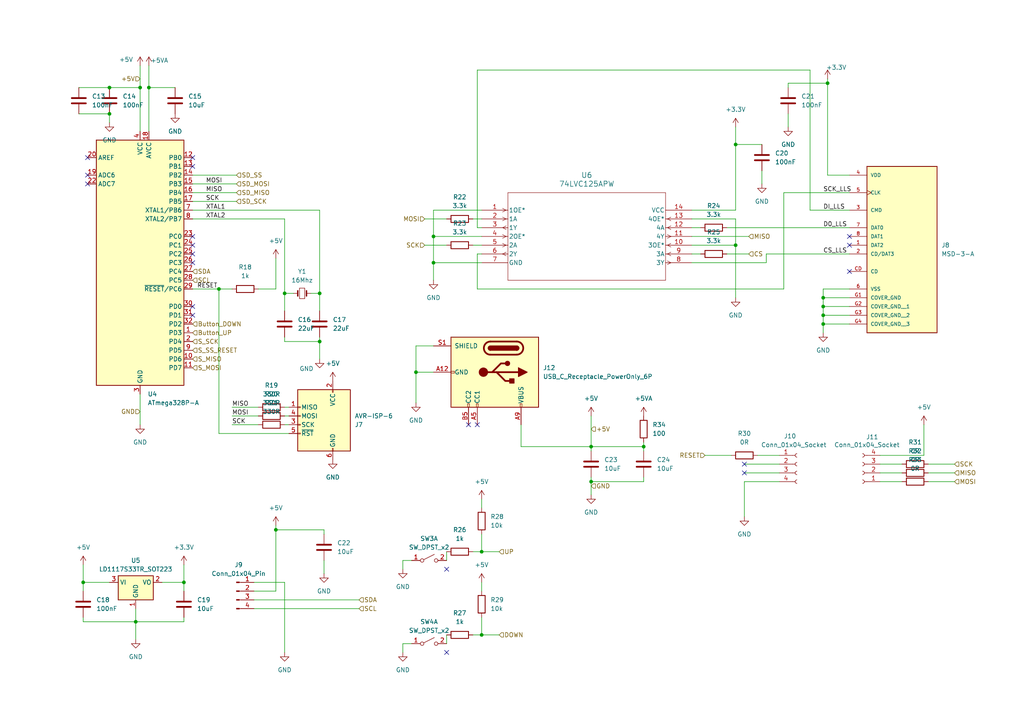
<source format=kicad_sch>
(kicad_sch (version 20231120) (generator "eeschema") (generator_version "8.0")
  (paper "A4")
  (lib_symbols
    (symbol "74LVC125APW:74LVC125APW" (pin_names (offset 0.254))
      (property "Reference" "U" (at 30.48 10.16 0))
      (property "Value" "74LVC125APW" (at 30.48 7.62 0))
      (symbol "74LVC125APW_1_1"
        (polyline (pts (xy 7.0993 -13.2207) (xy 6.0579 -12.7)) (stroke (width 0.127)))
        (polyline (pts (xy 7.0993 -12.1793) (xy 6.0579 -12.7)) (stroke (width 0.127)))
        (polyline (pts (xy 7.0993 -10.16) (xy 6.0579 -10.6807)) (stroke (width 0.127)))
        (polyline (pts (xy 7.0993 -10.16) (xy 6.0579 -9.6393)) (stroke (width 0.127)))
        (polyline (pts (xy 7.0993 -7.62) (xy 6.0579 -8.1407)) (stroke (width 0.127)))
        (polyline (pts (xy 7.0993 -7.62) (xy 6.0579 -7.0993)) (stroke (width 0.127)))
        (polyline (pts (xy 7.0993 -5.6007) (xy 6.0579 -5.08)) (stroke (width 0.127)))
        (polyline (pts (xy 7.0993 -4.5593) (xy 6.0579 -5.08)) (stroke (width 0.127)))
        (polyline (pts (xy 7.0993 -2.54) (xy 6.0579 -3.0607)) (stroke (width 0.127)))
        (polyline (pts (xy 7.0993 -2.54) (xy 6.0579 -2.0193)) (stroke (width 0.127)))
        (polyline (pts (xy 7.0993 0) (xy 6.0579 -0.5207)) (stroke (width 0.127)))
        (polyline (pts (xy 7.0993 0) (xy 6.0579 0.5207)) (stroke (width 0.127)))
        (polyline (pts (xy 7.62 -20.32) (xy 53.34 -20.32)) (stroke (width 0.127)))
        (polyline (pts (xy 7.62 5.08) (xy 7.62 -20.32)) (stroke (width 0.127)))
        (polyline (pts (xy 53.34 -20.32) (xy 53.34 5.08)) (stroke (width 0.127)))
        (polyline (pts (xy 53.34 5.08) (xy 7.62 5.08)) (stroke (width 0.127)))
        (polyline (pts (xy 53.8607 -15.7607) (xy 54.9021 -15.24)) (stroke (width 0.127)))
        (polyline (pts (xy 53.8607 -14.7193) (xy 54.9021 -15.24)) (stroke (width 0.127)))
        (polyline (pts (xy 53.8607 -12.7) (xy 54.9021 -13.2207)) (stroke (width 0.127)))
        (polyline (pts (xy 53.8607 -12.7) (xy 54.9021 -12.1793)) (stroke (width 0.127)))
        (polyline (pts (xy 53.8607 -10.16) (xy 54.9021 -10.6807)) (stroke (width 0.127)))
        (polyline (pts (xy 53.8607 -10.16) (xy 54.9021 -9.6393)) (stroke (width 0.127)))
        (polyline (pts (xy 53.8607 -8.1407) (xy 54.9021 -7.62)) (stroke (width 0.127)))
        (polyline (pts (xy 53.8607 -7.0993) (xy 54.9021 -7.62)) (stroke (width 0.127)))
        (polyline (pts (xy 53.8607 -5.08) (xy 54.9021 -5.6007)) (stroke (width 0.127)))
        (polyline (pts (xy 53.8607 -5.08) (xy 54.9021 -4.5593)) (stroke (width 0.127)))
        (polyline (pts (xy 53.8607 -2.54) (xy 54.9021 -3.0607)) (stroke (width 0.127)))
        (polyline (pts (xy 53.8607 -2.54) (xy 54.9021 -2.0193)) (stroke (width 0.127)))
        (pin input line (at 0 0 0) (length 7.62) (name "1OE*") (number "1"))
        (pin input line (at 60.96 -10.16 180) (length 7.62) (name "3OE*") (number "10"))
        (pin output line (at 60.96 -7.62 180) (length 7.62) (name "4Y") (number "11"))
        (pin input line (at 60.96 -5.08 180) (length 7.62) (name "4A") (number "12"))
        (pin input line (at 60.96 -2.54 180) (length 7.62) (name "4OE*") (number "13"))
        (pin power_in line (at 60.96 0 180) (length 7.62) (name "VCC") (number "14"))
        (pin input line (at 0 -2.54 0) (length 7.62) (name "1A") (number "2"))
        (pin output line (at 0 -5.08 0) (length 7.62) (name "1Y") (number "3"))
        (pin input line (at 0 -7.62 0) (length 7.62) (name "2OE*") (number "4"))
        (pin input line (at 0 -10.16 0) (length 7.62) (name "2A") (number "5"))
        (pin output line (at 0 -12.7 0) (length 7.62) (name "2Y") (number "6"))
        (pin power_in line (at 0 -15.24 0) (length 7.62) (name "GND") (number "7"))
        (pin output line (at 60.96 -15.24 180) (length 7.62) (name "3Y") (number "8"))
        (pin input line (at 60.96 -12.7 180) (length 7.62) (name "3A") (number "9"))
      )
    )
    (symbol "Connector:AVR-ISP-6" (pin_names (offset 1.016))
      (property "Reference" "J" (at -6.35 11.43 0))
      (property "Value" "AVR-ISP-6" (at 0 11.43 0))
      (symbol "AVR-ISP-6_0_1"
        (rectangle (start -2.667 -6.858) (end -2.413 -7.62))
        (rectangle (start -2.667 10.16) (end -2.413 9.398))
        (rectangle (start 7.62 -2.413) (end 6.858 -2.667))
        (rectangle (start 7.62 0.127) (end 6.858 -0.127))
        (rectangle (start 7.62 2.667) (end 6.858 2.413))
        (rectangle (start 7.62 5.207) (end 6.858 4.953))
        (rectangle (start 7.62 10.16) (end -7.62 -7.62) (stroke (width 0.254)) (fill (type background)))
      )
      (symbol "AVR-ISP-6_1_1"
        (pin passive line (at 10.16 5.08 180) (length 2.54) (name "MISO") (number "1"))
        (pin passive line (at -2.54 12.7 270) (length 2.54) (name "VCC") (number "2"))
        (pin passive line (at 10.16 0 180) (length 2.54) (name "SCK") (number "3"))
        (pin passive line (at 10.16 2.54 180) (length 2.54) (name "MOSI") (number "4"))
        (pin passive line (at 10.16 -2.54 180) (length 2.54) (name "~{RST}") (number "5"))
        (pin passive line (at -2.54 -10.16 90) (length 2.54) (name "GND") (number "6"))
      )
    )
    (symbol "Connector:Conn_01x04_Pin" (pin_names (offset 1.016) hide)
      (property "Reference" "J" (at 0 5.08 0))
      (property "Value" "Conn_01x04_Pin" (at 0 -7.62 0))
      (symbol "Conn_01x04_Pin_1_1"
        (polyline (pts (xy 1.27 -5.08) (xy 0.8636 -5.08)) (stroke (width 0.1524)))
        (polyline (pts (xy 1.27 -2.54) (xy 0.8636 -2.54)) (stroke (width 0.1524)))
        (polyline (pts (xy 1.27 0) (xy 0.8636 0)) (stroke (width 0.1524)))
        (polyline (pts (xy 1.27 2.54) (xy 0.8636 2.54)) (stroke (width 0.1524)))
        (rectangle (start 0.8636 -4.953) (end 0 -5.207) (stroke (width 0.1524)) (fill (type outline)))
        (rectangle (start 0.8636 -2.413) (end 0 -2.667) (stroke (width 0.1524)) (fill (type outline)))
        (rectangle (start 0.8636 0.127) (end 0 -0.127) (stroke (width 0.1524)) (fill (type outline)))
        (rectangle (start 0.8636 2.667) (end 0 2.413) (stroke (width 0.1524)) (fill (type outline)))
        (pin passive line (at 5.08 2.54 180) (length 3.81) (name "Pin_1") (number "1"))
        (pin passive line (at 5.08 0 180) (length 3.81) (name "Pin_2") (number "2"))
        (pin passive line (at 5.08 -2.54 180) (length 3.81) (name "Pin_3") (number "3"))
        (pin passive line (at 5.08 -5.08 180) (length 3.81) (name "Pin_4") (number "4"))
      )
    )
    (symbol "Connector:Conn_01x04_Socket" (pin_names (offset 1.016) hide)
      (property "Reference" "J" (at 0 5.08 0))
      (property "Value" "Conn_01x04_Socket" (at 0 -7.62 0))
      (symbol "Conn_01x04_Socket_1_1"
        (arc (start 0 -4.572) (mid -0.5058 -5.08) (end 0 -5.588) (stroke (width 0.1524)))
        (arc (start 0 -2.032) (mid -0.5058 -2.54) (end 0 -3.048) (stroke (width 0.1524)))
        (polyline (pts (xy -1.27 -5.08) (xy -0.508 -5.08)) (stroke (width 0.1524)))
        (polyline (pts (xy -1.27 -2.54) (xy -0.508 -2.54)) (stroke (width 0.1524)))
        (polyline (pts (xy -1.27 0) (xy -0.508 0)) (stroke (width 0.1524)))
        (polyline (pts (xy -1.27 2.54) (xy -0.508 2.54)) (stroke (width 0.1524)))
        (arc (start 0 0.508) (mid -0.5058 0) (end 0 -0.508) (stroke (width 0.1524)))
        (arc (start 0 3.048) (mid -0.5058 2.54) (end 0 2.032) (stroke (width 0.1524)))
        (pin passive line (at -5.08 2.54 0) (length 3.81) (name "Pin_1") (number "1"))
        (pin passive line (at -5.08 0 0) (length 3.81) (name "Pin_2") (number "2"))
        (pin passive line (at -5.08 -2.54 0) (length 3.81) (name "Pin_3") (number "3"))
        (pin passive line (at -5.08 -5.08 0) (length 3.81) (name "Pin_4") (number "4"))
      )
    )
    (symbol "Connector:USB_C_Receptacle_PowerOnly_6P" (pin_names (offset 1.016))
      (property "Reference" "J" (at 0 16.51 0))
      (property "Value" "USB_C_Receptacle_PowerOnly_6P" (at 0 13.97 0))
      (symbol "USB_C_Receptacle_PowerOnly_6P_0_0"
        (rectangle (start -0.254 -12.7) (end 0.254 -11.684))
        (rectangle (start 10.16 -7.366) (end 9.144 -7.874))
        (rectangle (start 10.16 -4.826) (end 9.144 -5.334))
        (rectangle (start 10.16 7.874) (end 9.144 7.366))
      )
      (symbol "USB_C_Receptacle_PowerOnly_6P_0_1"
        (rectangle (start -10.16 12.7) (end 10.16 -12.7) (stroke (width 0.254)) (fill (type background)))
        (arc (start -8.89 -1.27) (mid -6.985 -3.1667) (end -5.08 -1.27) (stroke (width 0.508)))
        (arc (start -7.62 -1.27) (mid -6.985 -1.9023) (end -6.35 -1.27) (stroke (width 0.254)))
        (arc (start -7.62 -1.27) (mid -6.985 -1.9023) (end -6.35 -1.27) (stroke (width 0.254)) (fill (type outline)))
        (rectangle (start -7.62 -1.27) (end -6.35 6.35) (stroke (width 0.254)) (fill (type outline)))
        (arc (start -6.35 6.35) (mid -6.985 6.9823) (end -7.62 6.35) (stroke (width 0.254)))
        (arc (start -6.35 6.35) (mid -6.985 6.9823) (end -7.62 6.35) (stroke (width 0.254)) (fill (type outline)))
        (arc (start -5.08 6.35) (mid -6.985 8.2467) (end -8.89 6.35) (stroke (width 0.508)))
        (circle (center -2.54 3.683) (radius 0.635) (stroke (width 0.254)) (fill (type outline)))
        (circle (center 0 -3.302) (radius 1.27) (fill (type outline)))
        (polyline (pts (xy -8.89 -1.27) (xy -8.89 6.35)) (stroke (width 0.508)))
        (polyline (pts (xy -5.08 6.35) (xy -5.08 -1.27)) (stroke (width 0.508)))
        (polyline (pts (xy 0 -3.302) (xy 0 6.858)) (stroke (width 0.508)))
        (polyline (pts (xy 0 -0.762) (xy -2.54 1.778) (xy -2.54 3.048)) (stroke (width 0.508)))
        (polyline (pts (xy 0 0.508) (xy 2.54 3.048) (xy 2.54 4.318)) (stroke (width 0.508)))
        (polyline (pts (xy -1.27 6.858) (xy 0 9.398) (xy 1.27 6.858) (xy -1.27 6.858)) (stroke (width 0.254)) (fill (type outline)))
        (rectangle (start 1.905 4.318) (end 3.175 5.588) (stroke (width 0.254)) (fill (type outline)))
      )
      (symbol "USB_C_Receptacle_PowerOnly_6P_1_1"
        (pin passive line (at 0 -17.78 90) (length 5.08) (name "GND") (number "A12"))
        (pin bidirectional line (at 15.24 -5.08 180) (length 5.08) (name "CC1") (number "A5"))
        (pin passive line (at 15.24 7.62 180) (length 5.08) (name "VBUS") (number "A9"))
        (pin passive line (at 0 -17.78 90) (length 5.08) hide (name "GND") (number "B12"))
        (pin bidirectional line (at 15.24 -7.62 180) (length 5.08) (name "CC2") (number "B5"))
        (pin passive line (at 15.24 7.62 180) (length 5.08) hide (name "VBUS") (number "B9"))
        (pin passive line (at -7.62 -17.78 90) (length 5.08) (name "SHIELD") (number "S1"))
      )
    )
    (symbol "Device:C" (pin_numbers hide) (pin_names (offset 0.254))
      (property "Reference" "C" (at 0.635 2.54 0))
      (property "Value" "C" (at 0.635 -2.54 0))
      (symbol "C_0_1"
        (polyline (pts (xy -2.032 -0.762) (xy 2.032 -0.762)) (stroke (width 0.508)))
        (polyline (pts (xy -2.032 0.762) (xy 2.032 0.762)) (stroke (width 0.508)))
      )
      (symbol "C_1_1"
        (pin passive line (at 0 3.81 270) (length 2.794) (name "~") (number "1"))
        (pin passive line (at 0 -3.81 90) (length 2.794) (name "~") (number "2"))
      )
    )
    (symbol "Device:Crystal_Small" (pin_numbers hide) (pin_names (offset 1.016) hide)
      (property "Reference" "Y" (at 0 2.54 0))
      (property "Value" "Crystal_Small" (at 0 -2.54 0))
      (symbol "Crystal_Small_0_1"
        (rectangle (start -0.762 -1.524) (end 0.762 1.524))
        (polyline (pts (xy -1.27 -0.762) (xy -1.27 0.762)) (stroke (width 0.381)))
        (polyline (pts (xy 1.27 -0.762) (xy 1.27 0.762)) (stroke (width 0.381)))
      )
      (symbol "Crystal_Small_1_1"
        (pin passive line (at -2.54 0 0) (length 1.27) (name "1") (number "1"))
        (pin passive line (at 2.54 0 180) (length 1.27) (name "2") (number "2"))
      )
    )
    (symbol "Device:R" (pin_numbers hide) (pin_names (offset 0))
      (property "Reference" "R" (at 2.032 0 90))
      (property "Value" "R" (at 0 0 90))
      (symbol "R_0_1"
        (rectangle (start -1.016 -2.54) (end 1.016 2.54) (stroke (width 0.254)))
      )
      (symbol "R_1_1"
        (pin passive line (at 0 3.81 270) (length 1.27) (name "~") (number "1"))
        (pin passive line (at 0 -3.81 90) (length 1.27) (name "~") (number "2"))
      )
    )
    (symbol "MCU_Microchip_ATmega:ATmega328P-A"
      (property "Reference" "U" (at -12.7 36.83 0))
      (property "Value" "ATmega328P-A" (at 2.54 -36.83 0))
      (symbol "ATmega328P-A_0_1"
        (rectangle (start -12.7 -35.56) (end 12.7 35.56) (stroke (width 0.254)) (fill (type background)))
      )
      (symbol "ATmega328P-A_1_1"
        (pin bidirectional line (at 15.24 -20.32 180) (length 2.54) (name "PD3") (number "1"))
        (pin bidirectional line (at 15.24 -27.94 180) (length 2.54) (name "PD6") (number "10"))
        (pin bidirectional line (at 15.24 -30.48 180) (length 2.54) (name "PD7") (number "11"))
        (pin bidirectional line (at 15.24 30.48 180) (length 2.54) (name "PB0") (number "12"))
        (pin bidirectional line (at 15.24 27.94 180) (length 2.54) (name "PB1") (number "13"))
        (pin bidirectional line (at 15.24 25.4 180) (length 2.54) (name "PB2") (number "14"))
        (pin bidirectional line (at 15.24 22.86 180) (length 2.54) (name "PB3") (number "15"))
        (pin bidirectional line (at 15.24 20.32 180) (length 2.54) (name "PB4") (number "16"))
        (pin bidirectional line (at 15.24 17.78 180) (length 2.54) (name "PB5") (number "17"))
        (pin power_in line (at 2.54 38.1 270) (length 2.54) (name "AVCC") (number "18"))
        (pin input line (at -15.24 25.4 0) (length 2.54) (name "ADC6") (number "19"))
        (pin bidirectional line (at 15.24 -22.86 180) (length 2.54) (name "PD4") (number "2"))
        (pin passive line (at -15.24 30.48 0) (length 2.54) (name "AREF") (number "20"))
        (pin passive line (at 0 -38.1 90) (length 2.54) hide (name "GND") (number "21"))
        (pin input line (at -15.24 22.86 0) (length 2.54) (name "ADC7") (number "22"))
        (pin bidirectional line (at 15.24 7.62 180) (length 2.54) (name "PC0") (number "23"))
        (pin bidirectional line (at 15.24 5.08 180) (length 2.54) (name "PC1") (number "24"))
        (pin bidirectional line (at 15.24 2.54 180) (length 2.54) (name "PC2") (number "25"))
        (pin bidirectional line (at 15.24 0 180) (length 2.54) (name "PC3") (number "26"))
        (pin bidirectional line (at 15.24 -2.54 180) (length 2.54) (name "PC4") (number "27"))
        (pin bidirectional line (at 15.24 -5.08 180) (length 2.54) (name "PC5") (number "28"))
        (pin bidirectional line (at 15.24 -7.62 180) (length 2.54) (name "~{RESET}/PC6") (number "29"))
        (pin power_in line (at 0 -38.1 90) (length 2.54) (name "GND") (number "3"))
        (pin bidirectional line (at 15.24 -12.7 180) (length 2.54) (name "PD0") (number "30"))
        (pin bidirectional line (at 15.24 -15.24 180) (length 2.54) (name "PD1") (number "31"))
        (pin bidirectional line (at 15.24 -17.78 180) (length 2.54) (name "PD2") (number "32"))
        (pin power_in line (at 0 38.1 270) (length 2.54) (name "VCC") (number "4"))
        (pin passive line (at 0 -38.1 90) (length 2.54) hide (name "GND") (number "5"))
        (pin passive line (at 0 38.1 270) (length 2.54) hide (name "VCC") (number "6"))
        (pin bidirectional line (at 15.24 15.24 180) (length 2.54) (name "XTAL1/PB6") (number "7"))
        (pin bidirectional line (at 15.24 12.7 180) (length 2.54) (name "XTAL2/PB7") (number "8"))
        (pin bidirectional line (at 15.24 -25.4 180) (length 2.54) (name "PD5") (number "9"))
      )
    )
    (symbol "Regulator_Linear:LD1117S33TR_SOT223"
      (property "Reference" "U" (at -3.81 3.175 0))
      (property "Value" "LD1117S33TR_SOT223" (at 0 3.175 0))
      (symbol "LD1117S33TR_SOT223_0_1"
        (rectangle (start -5.08 -5.08) (end 5.08 1.905) (stroke (width 0.254)) (fill (type background)))
      )
      (symbol "LD1117S33TR_SOT223_1_1"
        (pin power_in line (at 0 -7.62 90) (length 2.54) (name "GND") (number "1"))
        (pin power_out line (at 7.62 0 180) (length 2.54) (name "VO") (number "2"))
        (pin power_in line (at -7.62 0 0) (length 2.54) (name "VI") (number "3"))
      )
    )
    (symbol "SD_Card:MSD-3-A" (pin_names (offset 1.016))
      (property "Reference" "J" (at -10.16 21.082 0))
      (property "Value" "MSD-3-A" (at -10.16 -30.48 0))
      (symbol "MSD-3-A_0_0"
        (rectangle (start -10.16 -27.94) (end 10.16 20.32) (stroke (width 0.254)) (fill (type background)))
        (pin bidirectional line (at -15.24 -2.54 0) (length 5.08) (name "DAT2") (number "1"))
        (pin bidirectional line (at -15.24 -5.08 0) (length 5.08) (name "CD/DAT3") (number "2"))
        (pin bidirectional line (at -15.24 7.62 0) (length 5.08) (name "CMD") (number "3"))
        (pin power_in line (at -15.24 17.78 0) (length 5.08) (name "VDD") (number "4"))
        (pin input clock (at -15.24 12.7 0) (length 5.08) (name "CLK") (number "5"))
        (pin power_in line (at -15.24 -15.24 0) (length 5.08) (name "VSS") (number "6"))
        (pin bidirectional line (at -15.24 2.54 0) (length 5.08) (name "DAT0") (number "7"))
        (pin bidirectional line (at -15.24 0 0) (length 5.08) (name "DAT1") (number "8"))
        (pin passive line (at -15.24 -10.16 0) (length 5.08) (name "CD") (number "CD"))
        (pin power_in line (at -15.24 -17.78 0) (length 5.08) (name "COVER_GND") (number "G1"))
        (pin power_in line (at -15.24 -20.32 0) (length 5.08) (name "COVER_GND__1") (number "G2"))
        (pin power_in line (at -15.24 -22.86 0) (length 5.08) (name "COVER_GND__2") (number "G3"))
        (pin power_in line (at -15.24 -25.4 0) (length 5.08) (name "COVER_GND__3") (number "G4"))
      )
    )
    (symbol "Switch:SW_DPST_x2" (pin_names (offset 0) hide)
      (property "Reference" "SW" (at 0 3.175 0))
      (property "Value" "SW_DPST_x2" (at 0 -2.54 0))
      (symbol "SW_DPST_x2_0_0"
        (circle (center -2.032 0) (radius 0.508))
        (polyline (pts (xy -1.524 0.254) (xy 1.524 1.778)))
        (circle (center 2.032 0) (radius 0.508))
      )
      (symbol "SW_DPST_x2_1_1"
        (pin passive line (at -5.08 0 0) (length 2.54) (name "A") (number "1"))
        (pin passive line (at 5.08 0 180) (length 2.54) (name "B") (number "2"))
      )
      (symbol "SW_DPST_x2_2_1"
        (pin passive line (at -5.08 0 0) (length 2.54) (name "A") (number "3"))
        (pin passive line (at 5.08 0 180) (length 2.54) (name "B") (number "4"))
      )
    )
    (symbol "power:+3.3V" (power) (pin_names (offset 0))
      (property "Value" "+3.3V" (at 0 3.556 0))
      (symbol "+3.3V_0_1"
        (polyline (pts (xy -0.762 1.27) (xy 0 2.54)))
        (polyline (pts (xy 0 0) (xy 0 2.54)))
        (polyline (pts (xy 0 2.54) (xy 0.762 1.27)))
      )
      (symbol "+3.3V_1_1"
        (pin power_in line (at 0 0 90) (length 0) hide (name "+3.3V") (number "1"))
      )
    )
    (symbol "power:+5V" (power) (pin_names (offset 0))
      (property "Value" "+5V" (at 0 3.556 0))
      (symbol "+5V_0_1"
        (polyline (pts (xy -0.762 1.27) (xy 0 2.54)))
        (polyline (pts (xy 0 0) (xy 0 2.54)))
        (polyline (pts (xy 0 2.54) (xy 0.762 1.27)))
      )
      (symbol "+5V_1_1"
        (pin power_in line (at 0 0 90) (length 0) hide (name "+5V") (number "1"))
      )
    )
    (symbol "power:+5VA" (power) (pin_names (offset 0))
      (property "Value" "+5VA" (at 0 3.556 0))
      (symbol "+5VA_0_1"
        (polyline (pts (xy -0.762 1.27) (xy 0 2.54)))
        (polyline (pts (xy 0 0) (xy 0 2.54)))
        (polyline (pts (xy 0 2.54) (xy 0.762 1.27)))
      )
      (symbol "+5VA_1_1"
        (pin power_in line (at 0 0 90) (length 0) hide (name "+5VA") (number "1"))
      )
    )
    (symbol "power:GND" (power) (pin_names (offset 0))
      (property "Value" "GND" (at 0 -3.81 0))
      (symbol "GND_0_1"
        (polyline (pts (xy 0 0) (xy 0 -1.27) (xy 1.27 -1.27) (xy 0 -2.54) (xy -1.27 -1.27) (xy 0 -1.27)))
      )
      (symbol "GND_1_1"
        (pin power_in line (at 0 0 270) (length 0) hide (name "GND") (number "1"))
      )
    )
  )
  (junction (at 53.34 168.91))
  (junction (at 31.75 33.02))
  (junction (at 171.45 139.7))
  (junction (at 40.64 25.4))
  (junction (at 80.01 153.67))
  (junction (at 125.73 76.2))
  (junction (at 125.73 68.58))
  (junction (at 213.36 71.12))
  (junction (at 92.71 99.06))
  (junction (at 238.76 86.36))
  (junction (at 31.75 25.4))
  (junction (at 238.76 91.44))
  (junction (at 92.71 85.09))
  (junction (at 139.7 160.02))
  (junction (at 43.18 25.4))
  (junction (at 213.36 41.91))
  (junction (at 24.13 168.91))
  (junction (at 171.45 129.54))
  (junction (at 240.03 24.13))
  (junction (at 63.5 83.82))
  (junction (at 39.37 180.34))
  (junction (at 82.55 85.09))
  (junction (at 139.7 184.15))
  (junction (at 120.65 107.95))
  (junction (at 238.76 93.98))
  (junction (at 238.76 88.9))
  (junction (at 186.69 129.54))
  (no_connect (at 25.4 50.8))
  (no_connect (at 55.88 76.2))
  (no_connect (at 135.89 123.19))
  (no_connect (at 246.38 78.74))
  (no_connect (at 138.43 123.19))
  (no_connect (at 55.88 68.58))
  (no_connect (at 55.88 88.9))
  (no_connect (at 55.88 45.72))
  (no_connect (at 215.9 134.62))
  (no_connect (at 25.4 45.72))
  (no_connect (at 246.38 68.58))
  (no_connect (at 215.9 137.16))
  (no_connect (at 55.88 73.66))
  (no_connect (at 55.88 91.44))
  (no_connect (at 129.54 189.23))
  (no_connect (at 25.4 53.34))
  (no_connect (at 129.54 165.1))
  (no_connect (at 55.88 48.26))
  (no_connect (at 55.88 71.12))
  (no_connect (at 246.38 71.12))
  (wire (pts (xy 125.73 76.2) (xy 125.73 81.28)))
  (wire (pts (xy 200.66 73.66) (xy 203.2 73.66)))
  (wire (pts (xy 80.01 74.93) (xy 80.01 83.82)))
  (wire (pts (xy 220.98 49.53) (xy 220.98 53.34)))
  (wire (pts (xy 90.17 85.09) (xy 92.71 85.09)))
  (wire (pts (xy 138.43 73.66) (xy 139.7 73.66)))
  (wire (pts (xy 246.38 60.96) (xy 234.95 60.96)))
  (wire (pts (xy 82.55 99.06) (xy 92.71 99.06)))
  (wire (pts (xy 151.13 129.54) (xy 171.45 129.54)))
  (wire (pts (xy 200.66 71.12) (xy 213.36 71.12)))
  (wire (pts (xy 215.9 134.62) (xy 226.06 134.62)))
  (wire (pts (xy 219.71 132.08) (xy 226.06 132.08)))
  (wire (pts (xy 24.13 168.91) (xy 31.75 168.91)))
  (wire (pts (xy 53.34 180.34) (xy 39.37 180.34)))
  (wire (pts (xy 210.82 66.04) (xy 246.38 66.04)))
  (wire (pts (xy 171.45 120.65) (xy 171.45 129.54)))
  (wire (pts (xy 129.54 184.15) (xy 129.54 186.69)))
  (wire (pts (xy 31.75 25.4) (xy 40.64 25.4)))
  (wire (pts (xy 73.66 173.99) (xy 104.14 173.99)))
  (wire (pts (xy 68.58 50.8) (xy 55.88 50.8)))
  (wire (pts (xy 92.71 97.79) (xy 92.71 99.06)))
  (wire (pts (xy 67.31 123.19) (xy 74.93 123.19)))
  (wire (pts (xy 63.5 83.82) (xy 63.5 125.73)))
  (wire (pts (xy 43.18 25.4) (xy 43.18 38.1)))
  (wire (pts (xy 238.76 83.82) (xy 238.76 86.36)))
  (wire (pts (xy 92.71 60.96) (xy 92.71 85.09)))
  (wire (pts (xy 82.55 63.5) (xy 82.55 85.09)))
  (wire (pts (xy 40.64 25.4) (xy 40.64 38.1)))
  (wire (pts (xy 238.76 88.9) (xy 238.76 91.44)))
  (wire (pts (xy 213.36 71.12) (xy 213.36 86.36)))
  (wire (pts (xy 40.64 19.05) (xy 40.64 25.4)))
  (wire (pts (xy 227.33 83.82) (xy 227.33 55.88)))
  (wire (pts (xy 246.38 83.82) (xy 238.76 83.82)))
  (wire (pts (xy 139.7 184.15) (xy 144.78 184.15)))
  (wire (pts (xy 238.76 93.98) (xy 238.76 96.52)))
  (wire (pts (xy 139.7 168.91) (xy 139.7 171.45)))
  (wire (pts (xy 138.43 20.32) (xy 138.43 66.04)))
  (wire (pts (xy 139.7 179.07) (xy 139.7 184.15)))
  (wire (pts (xy 93.98 153.67) (xy 93.98 154.94)))
  (wire (pts (xy 82.55 120.65) (xy 83.82 120.65)))
  (wire (pts (xy 92.71 85.09) (xy 92.71 90.17)))
  (wire (pts (xy 53.34 163.83) (xy 53.34 168.91)))
  (wire (pts (xy 238.76 91.44) (xy 238.76 93.98)))
  (wire (pts (xy 53.34 168.91) (xy 53.34 171.45)))
  (wire (pts (xy 82.55 85.09) (xy 85.09 85.09)))
  (wire (pts (xy 80.01 83.82) (xy 74.93 83.82)))
  (wire (pts (xy 215.9 137.16) (xy 226.06 137.16)))
  (wire (pts (xy 139.7 184.15) (xy 137.16 184.15)))
  (wire (pts (xy 240.03 24.13) (xy 240.03 50.8)))
  (wire (pts (xy 125.73 100.33) (xy 120.65 100.33)))
  (wire (pts (xy 240.03 24.13) (xy 228.6 24.13)))
  (wire (pts (xy 255.27 132.08) (xy 267.97 132.08)))
  (wire (pts (xy 82.55 99.06) (xy 82.55 97.79)))
  (wire (pts (xy 123.19 63.5) (xy 129.54 63.5)))
  (wire (pts (xy 39.37 176.53) (xy 39.37 180.34)))
  (wire (pts (xy 200.66 63.5) (xy 213.36 63.5)))
  (wire (pts (xy 119.38 186.69) (xy 116.84 186.69)))
  (wire (pts (xy 125.73 68.58) (xy 139.7 68.58)))
  (wire (pts (xy 40.64 114.3) (xy 40.64 123.19)))
  (wire (pts (xy 213.36 41.91) (xy 220.98 41.91)))
  (wire (pts (xy 93.98 162.56) (xy 93.98 166.37)))
  (wire (pts (xy 139.7 160.02) (xy 144.78 160.02)))
  (wire (pts (xy 24.13 180.34) (xy 39.37 180.34)))
  (wire (pts (xy 200.66 76.2) (xy 222.25 76.2)))
  (wire (pts (xy 138.43 73.66) (xy 138.43 83.82)))
  (wire (pts (xy 116.84 186.69) (xy 116.84 189.23)))
  (wire (pts (xy 73.66 171.45) (xy 80.01 171.45)))
  (wire (pts (xy 238.76 93.98) (xy 246.38 93.98)))
  (wire (pts (xy 120.65 107.95) (xy 120.65 116.84)))
  (wire (pts (xy 213.36 36.83) (xy 213.36 41.91)))
  (wire (pts (xy 139.7 144.78) (xy 139.7 147.32)))
  (wire (pts (xy 213.36 41.91) (xy 213.36 60.96)))
  (wire (pts (xy 125.73 60.96) (xy 125.73 68.58)))
  (wire (pts (xy 53.34 179.07) (xy 53.34 180.34)))
  (wire (pts (xy 68.58 58.42) (xy 55.88 58.42)))
  (wire (pts (xy 63.5 83.82) (xy 67.31 83.82)))
  (wire (pts (xy 129.54 160.02) (xy 129.54 162.56)))
  (wire (pts (xy 238.76 86.36) (xy 246.38 86.36)))
  (wire (pts (xy 67.31 118.11) (xy 74.93 118.11)))
  (wire (pts (xy 116.84 162.56) (xy 116.84 165.1)))
  (wire (pts (xy 80.01 152.4) (xy 80.01 153.67)))
  (wire (pts (xy 73.66 168.91) (xy 82.55 168.91)))
  (wire (pts (xy 186.69 129.54) (xy 171.45 129.54)))
  (wire (pts (xy 123.19 71.12) (xy 129.54 71.12)))
  (wire (pts (xy 125.73 76.2) (xy 139.7 76.2)))
  (wire (pts (xy 186.69 139.7) (xy 171.45 139.7)))
  (wire (pts (xy 82.55 168.91) (xy 82.55 189.23)))
  (wire (pts (xy 55.88 60.96) (xy 92.71 60.96)))
  (wire (pts (xy 119.38 162.56) (xy 116.84 162.56)))
  (wire (pts (xy 24.13 179.07) (xy 24.13 180.34)))
  (wire (pts (xy 55.88 83.82) (xy 63.5 83.82)))
  (wire (pts (xy 171.45 138.43) (xy 171.45 139.7)))
  (wire (pts (xy 125.73 68.58) (xy 125.73 76.2)))
  (wire (pts (xy 22.86 33.02) (xy 31.75 33.02)))
  (wire (pts (xy 215.9 139.7) (xy 215.9 149.86)))
  (wire (pts (xy 24.13 168.91) (xy 24.13 171.45)))
  (wire (pts (xy 68.58 55.88) (xy 55.88 55.88)))
  (wire (pts (xy 200.66 68.58) (xy 217.17 68.58)))
  (wire (pts (xy 80.01 153.67) (xy 80.01 171.45)))
  (wire (pts (xy 92.71 99.06) (xy 92.71 104.14)))
  (wire (pts (xy 139.7 60.96) (xy 125.73 60.96)))
  (wire (pts (xy 55.88 63.5) (xy 82.55 63.5)))
  (wire (pts (xy 137.16 63.5) (xy 139.7 63.5)))
  (wire (pts (xy 240.03 22.86) (xy 240.03 24.13)))
  (wire (pts (xy 222.25 76.2) (xy 222.25 73.66)))
  (wire (pts (xy 171.45 129.54) (xy 171.45 130.81)))
  (wire (pts (xy 222.25 73.66) (xy 246.38 73.66)))
  (wire (pts (xy 238.76 91.44) (xy 246.38 91.44)))
  (wire (pts (xy 255.27 134.62) (xy 261.62 134.62)))
  (wire (pts (xy 82.55 85.09) (xy 82.55 90.17)))
  (wire (pts (xy 215.9 139.7) (xy 226.06 139.7)))
  (wire (pts (xy 269.24 134.62) (xy 276.86 134.62)))
  (wire (pts (xy 228.6 33.02) (xy 228.6 36.83)))
  (wire (pts (xy 238.76 86.36) (xy 238.76 88.9)))
  (wire (pts (xy 125.73 107.95) (xy 120.65 107.95)))
  (wire (pts (xy 267.97 123.19) (xy 267.97 132.08)))
  (wire (pts (xy 213.36 60.96) (xy 200.66 60.96)))
  (wire (pts (xy 43.18 25.4) (xy 50.8 25.4)))
  (wire (pts (xy 227.33 55.88) (xy 246.38 55.88)))
  (wire (pts (xy 186.69 138.43) (xy 186.69 139.7)))
  (wire (pts (xy 269.24 137.16) (xy 276.86 137.16)))
  (wire (pts (xy 83.82 125.73) (xy 63.5 125.73)))
  (wire (pts (xy 22.86 25.4) (xy 31.75 25.4)))
  (wire (pts (xy 151.13 129.54) (xy 151.13 123.19)))
  (wire (pts (xy 204.47 132.08) (xy 212.09 132.08)))
  (wire (pts (xy 240.03 50.8) (xy 246.38 50.8)))
  (wire (pts (xy 213.36 63.5) (xy 213.36 71.12)))
  (wire (pts (xy 43.18 19.05) (xy 43.18 25.4)))
  (wire (pts (xy 255.27 139.7) (xy 261.62 139.7)))
  (wire (pts (xy 171.45 139.7) (xy 171.45 143.51)))
  (wire (pts (xy 200.66 66.04) (xy 203.2 66.04)))
  (wire (pts (xy 39.37 180.34) (xy 39.37 185.42)))
  (wire (pts (xy 186.69 128.27) (xy 186.69 129.54)))
  (wire (pts (xy 138.43 83.82) (xy 227.33 83.82)))
  (wire (pts (xy 269.24 139.7) (xy 276.86 139.7)))
  (wire (pts (xy 234.95 60.96) (xy 234.95 20.32)))
  (wire (pts (xy 67.31 120.65) (xy 74.93 120.65)))
  (wire (pts (xy 24.13 163.83) (xy 24.13 168.91)))
  (wire (pts (xy 82.55 123.19) (xy 83.82 123.19)))
  (wire (pts (xy 138.43 66.04) (xy 139.7 66.04)))
  (wire (pts (xy 255.27 137.16) (xy 261.62 137.16)))
  (wire (pts (xy 139.7 154.94) (xy 139.7 160.02)))
  (wire (pts (xy 82.55 118.11) (xy 83.82 118.11)))
  (wire (pts (xy 238.76 88.9) (xy 246.38 88.9)))
  (wire (pts (xy 137.16 71.12) (xy 139.7 71.12)))
  (wire (pts (xy 186.69 130.81) (xy 186.69 129.54)))
  (wire (pts (xy 73.66 176.53) (xy 104.14 176.53)))
  (wire (pts (xy 53.34 168.91) (xy 46.99 168.91)))
  (wire (pts (xy 210.82 73.66) (xy 217.17 73.66)))
  (wire (pts (xy 31.75 35.56) (xy 31.75 33.02)))
  (wire (pts (xy 234.95 20.32) (xy 138.43 20.32)))
  (wire (pts (xy 80.01 153.67) (xy 93.98 153.67)))
  (wire (pts (xy 139.7 160.02) (xy 137.16 160.02)))
  (wire (pts (xy 120.65 100.33) (xy 120.65 107.95)))
  (wire (pts (xy 228.6 24.13) (xy 228.6 25.4)))
  (wire (pts (xy 68.58 53.34) (xy 55.88 53.34)))
  (label "SCK" (at 59.69 58.42 0))
  (label "CS_LLS" (at 238.76 73.66 0))
  (label "XTAL2" (at 59.69 63.5 0))
  (label "DI_LLS" (at 238.76 60.96 0))
  (label "D0_LLS" (at 238.76 66.04 0))
  (label "SCK" (at 67.31 123.19 0))
  (label "MOSI" (at 67.31 120.65 0))
  (label "MISO" (at 59.69 55.88 0))
  (label "RESET" (at 57.15 83.82 0))
  (label "MISO" (at 67.31 118.11 0))
  (label "XTAL1" (at 59.69 60.96 0))
  (label "MOSI" (at 59.69 53.34 0))
  (label "SCK_LLS" (at 238.76 55.88 0))
  (hierarchical_label "MISO" (shape input) (at 276.86 137.16 0))
  (hierarchical_label "SDA" (shape input) (at 104.14 173.99 0))
  (hierarchical_label "GND" (shape input) (at 40.64 119.38 180))
  (hierarchical_label "SCL" (shape input) (at 104.14 176.53 0))
  (hierarchical_label "MOSI" (shape input) (at 123.19 63.5 180))
  (hierarchical_label "MOSI" (shape input) (at 276.86 139.7 0))
  (hierarchical_label "SD_MISO" (shape input) (at 68.58 55.88 0))
  (hierarchical_label "SD_SCK" (shape input) (at 68.58 58.42 0))
  (hierarchical_label "SCL" (shape input) (at 55.88 81.28 0))
  (hierarchical_label "+5V" (shape input) (at 40.64 22.86 180))
  (hierarchical_label "SD_SS" (shape input) (at 68.58 50.8 0))
  (hierarchical_label "S_MOSI" (shape input) (at 55.88 106.68 0))
  (hierarchical_label "SDA" (shape input) (at 55.88 78.74 0))
  (hierarchical_label "DOWN" (shape input) (at 144.78 184.15 0))
  (hierarchical_label "Button_DOWN" (shape input) (at 55.88 93.98 0))
  (hierarchical_label "RESET" (shape input) (at 204.47 132.08 180))
  (hierarchical_label "Button_UP" (shape input) (at 55.88 96.52 0))
  (hierarchical_label "CS" (shape input) (at 217.17 73.66 0))
  (hierarchical_label "S_SCK" (shape input) (at 55.88 99.06 0))
  (hierarchical_label "GND" (shape input) (at 171.45 140.97 0))
  (hierarchical_label "S_SS_RESET" (shape input) (at 55.88 101.6 0))
  (hierarchical_label "UP" (shape input) (at 144.78 160.02 0))
  (hierarchical_label "SCK" (shape input) (at 123.19 71.12 180))
  (hierarchical_label "SCK" (shape input) (at 276.86 134.62 0))
  (hierarchical_label "MISO" (shape input) (at 217.17 68.58 0))
  (hierarchical_label "+5V" (shape input) (at 171.45 124.46 0))
  (hierarchical_label "S_MISO" (shape input) (at 55.88 104.14 0))
  (hierarchical_label "SD_MOSI" (shape input) (at 68.58 53.34 0))
  (symbol (lib_id "power:GND") (at 116.84 165.1 0) (unit 1)
    (property "Reference" "#PWR059" (effects (hide yes)))
    (property "Value" "GND" (at 116.84 170.18 0))
    (property "Description" "Power symbol creates a global label with name \"GND\" , ground" (effects (hide yes)))
  )
  (symbol (lib_id "power:+5VA") (at 186.69 120.65 0) (unit 1)
    (property "Reference" "#PWR068" (effects (hide yes)))
    (property "Value" "+5VA" (at 186.69 115.57 0))
    (property "Description" "Power symbol creates a global label with name \"+5VA\"" (effects (hide yes)))
  )
  (symbol (lib_id "power:+3.3V") (at 53.34 163.83 0) (unit 1)
    (property "Reference" "#PWR049" (effects (hide yes)))
    (property "Value" "+3.3V" (at 53.34 158.75 0))
    (property "Description" "Power symbol creates a global label with name \"+3.3V\"" (effects (hide yes)))
  )
  (symbol (lib_id "Device:R") (at 78.74 123.19 90) (unit 1)
    (property "Reference" "R21" (at 78.74 116.84 90))
    (property "Value" "330R" (at 78.74 119.38 90))
    (property "Footprint" "Resistor_SMD:R_0603_1608Metric" (effects (hide yes)))
    (property "Description" "Resistor" (effects (hide yes)))
  )
  (symbol (lib_id "power:GND") (at 39.37 185.42 0) (unit 1)
    (property "Reference" "#PWR048" (effects (hide yes)))
    (property "Value" "GND" (at 39.37 190.5 0))
    (property "Description" "Power symbol creates a global label with name \"GND\" , ground" (effects (hide yes)))
  )
  (symbol (lib_id "power:+5V") (at 171.45 120.65 0) (unit 1)
    (property "Reference" "#PWR066" (effects (hide yes)))
    (property "Value" "+5V" (at 171.45 115.57 0))
    (property "Description" "Power symbol creates a global label with name \"+5V\"" (effects (hide yes)))
  )
  (symbol (lib_id "power:+5V") (at 139.7 168.91 0) (unit 1)
    (property "Reference" "#PWR062" (effects (hide yes)))
    (property "Value" "+5V" (at 139.7 163.83 0))
    (property "Description" "Power symbol creates a global label with name \"+5V\"" (effects (hide yes)))
  )
  (symbol (lib_id "power:GND") (at 213.36 86.36 0) (unit 1)
    (property "Reference" "#PWR051" (effects (hide yes)))
    (property "Value" "GND" (at 213.36 91.44 0))
    (property "Description" "Power symbol creates a global label with name \"GND\" , ground" (effects (hide yes)))
  )
  (symbol (lib_id "Device:R") (at 265.43 139.7 90) (unit 1)
    (property "Reference" "R33" (at 265.43 133.35 90))
    (property "Value" "0R" (at 265.43 135.89 90))
    (property "Footprint" "Resistor_SMD:R_0603_1608Metric" (effects (hide yes)))
    (property "Description" "Resistor" (effects (hide yes)))
  )
  (symbol (lib_id "power:+5V") (at 139.7 144.78 0) (unit 1)
    (property "Reference" "#PWR061" (effects (hide yes)))
    (property "Value" "+5V" (at 139.7 139.7 0))
    (property "Description" "Power symbol creates a global label with name \"+5V\"" (effects (hide yes)))
  )
  (symbol (lib_id "Device:C") (at 220.98 45.72 0) (unit 1)
    (property "Reference" "C20" (at 224.79 44.4499 0) (effects (justify left)))
    (property "Value" "100nF" (at 224.79 46.9899 0) (effects (justify left)))
    (property "Footprint" "Capacitor_SMD:C_0603_1608Metric" (effects (hide yes)))
    (property "Description" "Unpolarized capacitor" (effects (hide yes)))
  )
  (symbol (lib_id "Device:Crystal_Small") (at 87.63 85.09 0) (unit 1)
    (property "Reference" "Y1" (at 87.63 78.74 0))
    (property "Value" "16Mhz" (at 87.63 81.28 0))
    (property "Footprint" "Crystal:Crystal_SMD_5032-2Pin_5.0x3.2mm" (effects (hide yes)))
    (property "Description" "Two pin crystal, small symbol" (effects (hide yes)))
  )
  (symbol (lib_id "power:GND") (at 120.65 116.84 0) (unit 1)
    (property "Reference" "#PWR065" (effects (hide yes)))
    (property "Value" "GND" (at 120.65 121.92 0))
    (property "Description" "Power symbol creates a global label with name \"GND\" , ground" (effects (hide yes)))
  )
  (symbol (lib_id "power:GND") (at 171.45 143.51 0) (unit 1)
    (property "Reference" "#PWR067" (effects (hide yes)))
    (property "Value" "GND" (at 171.45 148.59 0))
    (property "Description" "Power symbol creates a global label with name \"GND\" , ground" (effects (hide yes)))
  )
  (symbol (lib_id "Device:C") (at 24.13 175.26 0) (unit 1)
    (property "Reference" "C18" (at 27.94 173.9899 0) (effects (justify left)))
    (property "Value" "100nF" (at 27.94 176.5299 0) (effects (justify left)))
    (property "Footprint" "Capacitor_SMD:C_0603_1608Metric" (effects (hide yes)))
    (property "Description" "Unpolarized capacitor" (effects (hide yes)))
  )
  (symbol (lib_id "power:+5V") (at 24.13 163.83 0) (unit 1)
    (property "Reference" "#PWR046" (effects (hide yes)))
    (property "Value" "+5V" (at 24.13 158.75 0))
    (property "Description" "Power symbol creates a global label with name \"+5V\"" (effects (hide yes)))
  )
  (symbol (lib_id "Device:C") (at 22.86 29.21 0) (unit 1)
    (property "Reference" "C13" (at 26.67 27.9399 0) (effects (justify left)))
    (property "Value" "100nF" (at 26.67 30.4799 0) (effects (justify left)))
    (property "Footprint" "Capacitor_SMD:C_0603_1608Metric" (effects (hide yes)))
    (property "Description" "Unpolarized capacitor" (effects (hide yes)))
  )
  (symbol (lib_id "power:GND") (at 31.75 35.56 0) (unit 1)
    (property "Reference" "#PWR037" (effects (hide yes)))
    (property "Value" "GND" (at 31.75 40.64 0))
    (property "Description" "Power symbol creates a global label with name \"GND\" , ground" (effects (hide yes)))
  )
  (symbol (lib_id "Device:R") (at 139.7 175.26 180) (unit 1)
    (property "Reference" "R29" (at 142.24 173.9899 0) (effects (justify right)))
    (property "Value" "10k" (at 142.24 176.5299 0) (effects (justify right)))
    (property "Footprint" "Resistor_SMD:R_0603_1608Metric" (effects (hide yes)))
    (property "Description" "Resistor" (effects (hide yes)))
  )
  (symbol (lib_id "Device:R") (at 71.12 83.82 90) (unit 1)
    (property "Reference" "R18" (at 71.12 77.47 90))
    (property "Value" "1k" (at 71.12 80.01 90))
    (property "Footprint" "Resistor_SMD:R_0603_1608Metric" (effects (hide yes)))
    (property "Description" "Resistor" (effects (hide yes)))
  )
  (symbol (lib_id "Device:R") (at 215.9 132.08 90) (unit 1)
    (property "Reference" "R30" (at 215.9 125.73 90))
    (property "Value" "0R" (at 215.9 128.27 90))
    (property "Footprint" "Resistor_SMD:R_0603_1608Metric" (effects (hide yes)))
    (property "Description" "Resistor" (effects (hide yes)))
  )
  (symbol (lib_id "Device:C") (at 92.71 93.98 0) (unit 1)
    (property "Reference" "C17" (at 96.52 92.7099 0) (effects (justify left)))
    (property "Value" "22uF" (at 96.52 95.2499 0) (effects (justify left)))
    (property "Footprint" "Capacitor_SMD:C_0805_2012Metric" (effects (hide yes)))
    (property "Description" "Unpolarized capacitor" (effects (hide yes)))
  )
  (symbol (lib_id "Connector:Conn_01x04_Socket") (at 231.14 134.62 0) (unit 1)
    (property "Reference" "J10" (at 227.33 126.492 0) (effects (justify left)))
    (property "Value" "Conn_01x04_Socket" (at 220.726 129.032 0) (effects (justify left)))
    (property "Footprint" "Connector_PinSocket_2.54mm:PinSocket_1x04_P2.54mm_Vertical" (effects (hide yes)))
    (property "Description" "Generic connector, single row, 01x04, script generated" (effects (hide yes)))
  )
  (symbol (lib_id "power:+5V") (at 40.64 19.05 0) (unit 1)
    (property "Reference" "#PWR038" (effects (hide yes)))
    (property "Value" "+5V" (at 36.576 17.272 0))
    (property "Description" "Power symbol creates a global label with name \"+5V\"" (effects (hide yes)))
  )
  (symbol (lib_id "Device:R") (at 133.35 160.02 270) (unit 1)
    (property "Reference" "R26" (at 133.35 153.67 90))
    (property "Value" "1k" (at 133.35 156.21 90))
    (property "Footprint" "Resistor_SMD:R_0603_1608Metric" (effects (hide yes)))
    (property "Description" "Resistor" (effects (hide yes)))
  )
  (symbol (lib_id "power:GND") (at 50.8 33.02 0) (unit 1)
    (property "Reference" "#PWR041" (effects (hide yes)))
    (property "Value" "GND" (at 50.8 38.1 0))
    (property "Description" "Power symbol creates a global label with name \"GND\" , ground" (effects (hide yes)))
  )
  (symbol (lib_id "power:GND") (at 93.98 166.37 0) (unit 1)
    (property "Reference" "#PWR058" (effects (hide yes)))
    (property "Value" "GND" (at 93.98 171.45 0))
    (property "Description" "Power symbol creates a global label with name \"GND\" , ground" (effects (hide yes)))
  )
  (symbol (lib_id "Device:R") (at 78.74 120.65 90) (unit 1)
    (property "Reference" "R20" (at 78.74 114.3 90))
    (property "Value" "330R" (at 78.74 116.84 90))
    (property "Footprint" "Resistor_SMD:R_0603_1608Metric" (effects (hide yes)))
    (property "Description" "Resistor" (effects (hide yes)))
  )
  (symbol (lib_id "power:+5V") (at 80.01 152.4 0) (unit 1)
    (property "Reference" "#PWR056" (effects (hide yes)))
    (property "Value" "+5V" (at 80.01 147.32 0))
    (property "Description" "Power symbol creates a global label with name \"+5V\"" (effects (hide yes)))
  )
  (symbol (lib_id "power:GND") (at 125.73 81.28 0) (unit 1)
    (property "Reference" "#PWR047" (effects (hide yes)))
    (property "Value" "GND" (at 125.73 86.36 0))
    (property "Description" "Power symbol creates a global label with name \"GND\" , ground" (effects (hide yes)))
  )
  (symbol (lib_id "SD_Card:MSD-3-A") (at 261.62 68.58 0) (unit 1)
    (property "Reference" "J8" (at 273.05 71.1199 0) (effects (justify left)))
    (property "Value" "MSD-3-A" (at 273.05 73.6599 0) (effects (justify left)))
    (property "Footprint" "CUI_MSD-3-A:CUI_MSD-3-A" (effects (hide yes)))
    (property "PARTREV" "1.0" (effects (hide yes)))
    (property "STANDARD" "Manufacturer Recommendations" (effects (hide yes)))
    (property "MAXIMUM_PACKAGE_HEIGHT" "1.2mm" (effects (hide yes)))
    (property "MANUFACTURER" "CUI Devices" (effects (hide yes)))
  )
  (symbol (lib_id "Device:R") (at 207.01 66.04 90) (unit 1)
    (property "Reference" "R24" (at 207.01 59.69 90))
    (property "Value" "3.3k" (at 207.01 62.23 90))
    (property "Footprint" "Resistor_SMD:R_0603_1608Metric" (effects (hide yes)))
    (property "Description" "Resistor" (effects (hide yes)))
  )
  (symbol (lib_id "power:GND") (at 92.71 104.14 0) (unit 1)
    (property "Reference" "#PWR045" (effects (hide yes)))
    (property "Value" "GND" (at 88.9 106.934 0))
    (property "Description" "Power symbol creates a global label with name \"GND\" , ground" (effects (hide yes)))
  )
  (symbol (lib_id "Switch:SW_DPST_x2") (at 124.46 186.69 0) (unit 1)
    (property "Reference" "SW4" (at 124.46 180.34 0))
    (property "Value" "SW_DPST_x2" (at 124.46 182.88 0))
    (property "Footprint" "Button_Switch_SMD:SW_Push_SPST_NO_Alps_SKRK" (effects (hide yes)))
    (property "Description" "Single Pole Single Throw (SPST) switch, separate symbol" (effects (hide yes)))
  )
  (symbol (lib_id "power:+5VA") (at 43.18 19.05 0) (unit 1)
    (property "Reference" "#PWR040" (effects (hide yes)))
    (property "Value" "+5VA" (at 46.228 17.526 0))
    (property "Description" "Power symbol creates a global label with name \"+5VA\"" (effects (hide yes)))
  )
  (symbol (lib_id "Device:R") (at 207.01 73.66 90) (unit 1)
    (property "Reference" "R25" (at 207.01 67.31 90))
    (property "Value" "3.3k" (at 207.01 69.85 90))
    (property "Footprint" "Resistor_SMD:R_0603_1608Metric" (effects (hide yes)))
    (property "Description" "Resistor" (effects (hide yes)))
  )
  (symbol (lib_id "Device:C") (at 171.45 134.62 0) (unit 1)
    (property "Reference" "C23" (at 175.26 133.3499 0) (effects (justify left)))
    (property "Value" "10uF" (at 175.26 135.8899 0) (effects (justify left)))
    (property "Footprint" "Capacitor_SMD:C_0603_1608Metric" (effects (hide yes)))
    (property "Description" "Unpolarized capacitor" (effects (hide yes)))
  )
  (symbol (lib_id "Device:C") (at 228.6 29.21 0) (unit 1)
    (property "Reference" "C21" (at 232.41 27.9399 0) (effects (justify left)))
    (property "Value" "100nF" (at 232.41 30.4799 0) (effects (justify left)))
    (property "Footprint" "Capacitor_SMD:C_0603_1608Metric" (effects (hide yes)))
    (property "Description" "Unpolarized capacitor" (effects (hide yes)))
  )
  (symbol (lib_id "power:GND") (at 82.55 189.23 0) (unit 1)
    (property "Reference" "#PWR057" (effects (hide yes)))
    (property "Value" "GND" (at 82.55 194.31 0))
    (property "Description" "Power symbol creates a global label with name \"GND\" , ground" (effects (hide yes)))
  )
  (symbol (lib_id "Regulator_Linear:LD1117S33TR_SOT223") (at 39.37 168.91 0) (unit 1)
    (property "Reference" "U5" (at 39.37 162.56 0))
    (property "Value" "LD1117S33TR_SOT223" (at 39.37 165.1 0))
    (property "Footprint" "Package_TO_SOT_SMD:SOT-223-3_TabPin2" (effects (hide yes)))
    (property "Datasheet" "http://www.st.com/st-web-ui/static/active/en/resource/technical/document/datasheet/CD00000544.pdf" (effects (hide yes)))
    (property "Description" "800mA Fixed Low Drop Positive Voltage Regulator, Fixed Output 3.3V, SOT-223" (effects (hide yes)))
  )
  (symbol (lib_id "Device:R") (at 139.7 151.13 180) (unit 1)
    (property "Reference" "R28" (at 142.24 149.8599 0) (effects (justify right)))
    (property "Value" "10k" (at 142.24 152.3999 0) (effects (justify right)))
    (property "Footprint" "Resistor_SMD:R_0603_1608Metric" (effects (hide yes)))
    (property "Description" "Resistor" (effects (hide yes)))
  )
  (symbol (lib_id "Switch:SW_DPST_x2") (at 124.46 162.56 0) (unit 1)
    (property "Reference" "SW3" (at 124.46 156.21 0))
    (property "Value" "SW_DPST_x2" (at 124.46 158.75 0))
    (property "Footprint" "Button_Switch_SMD:SW_Push_SPST_NO_Alps_SKRK" (effects (hide yes)))
    (property "Description" "Single Pole Single Throw (SPST) switch, separate symbol" (effects (hide yes)))
  )
  (symbol (lib_id "Device:R") (at 265.43 134.62 90) (unit 1)
    (property "Reference" "R31" (at 265.43 128.27 90))
    (property "Value" "0R" (at 265.43 130.81 90))
    (property "Footprint" "Resistor_SMD:R_0603_1608Metric" (effects (hide yes)))
    (property "Description" "Resistor" (effects (hide yes)))
  )
  (symbol (lib_id "power:+5V") (at 80.01 74.93 0) (unit 1)
    (property "Reference" "#PWR042" (effects (hide yes)))
    (property "Value" "+5V" (at 80.01 69.85 0))
    (property "Description" "Power symbol creates a global label with name \"+5V\"" (effects (hide yes)))
  )
  (symbol (lib_id "power:GND") (at 238.76 96.52 0) (unit 1)
    (property "Reference" "#PWR054" (effects (hide yes)))
    (property "Value" "GND" (at 238.76 101.6 0))
    (property "Description" "Power symbol creates a global label with name \"GND\" , ground" (effects (hide yes)))
  )
  (symbol (lib_id "power:GND") (at 220.98 53.34 0) (unit 1)
    (property "Reference" "#PWR052" (effects (hide yes)))
    (property "Value" "GND" (at 220.98 58.42 0))
    (property "Description" "Power symbol creates a global label with name \"GND\" , ground" (effects (hide yes)))
  )
  (symbol (lib_id "power:+5V") (at 267.97 123.19 0) (unit 1)
    (property "Reference" "#PWR064" (effects (hide yes)))
    (property "Value" "+5V" (at 267.97 118.11 0))
    (property "Description" "Power symbol creates a global label with name \"+5V\"" (effects (hide yes)))
  )
  (symbol (lib_id "Device:C") (at 50.8 29.21 0) (unit 1)
    (property "Reference" "C15" (at 54.61 27.9399 0) (effects (justify left)))
    (property "Value" "10uF" (at 54.61 30.4799 0) (effects (justify left)))
    (property "Footprint" "Capacitor_SMD:C_0603_1608Metric" (effects (hide yes)))
    (property "Description" "Unpolarized capacitor" (effects (hide yes)))
  )
  (symbol (lib_id "Device:R") (at 133.35 184.15 270) (unit 1)
    (property "Reference" "R27" (at 133.35 177.8 90))
    (property "Value" "1k" (at 133.35 180.34 90))
    (property "Footprint" "Resistor_SMD:R_0603_1608Metric" (effects (hide yes)))
    (property "Description" "Resistor" (effects (hide yes)))
  )
  (symbol (lib_id "MCU_Microchip_ATmega:ATmega328P-A") (at 40.64 76.2 0) (unit 1)
    (property "Reference" "U4" (at 42.8341 114.3 0) (effects (justify left)))
    (property "Value" "ATmega328P-A" (at 42.8341 116.84 0) (effects (justify left)))
    (property "Footprint" "Package_QFP:TQFP-32_7x7mm_P0.8mm" (effects (hide yes)))
    (property "Datasheet" "http://ww1.microchip.com/downloads/en/DeviceDoc/ATmega328_P%20AVR%20MCU%20with%20picoPower%20Technology%20Data%20Sheet%2040001984A.pdf" (effects (hide yes)))
    (property "Description" "20MHz, 32kB Flash, 2kB SRAM, 1kB EEPROM, TQFP-32" (effects (hide yes)))
  )
  (symbol (lib_id "Device:C") (at 186.69 134.62 0) (unit 1)
    (property "Reference" "C24" (at 190.5 133.3499 0) (effects (justify left)))
    (property "Value" "10uF" (at 190.5 135.8899 0) (effects (justify left)))
    (property "Footprint" "Capacitor_SMD:C_0603_1608Metric" (effects (hide yes)))
    (property "Description" "Unpolarized capacitor" (effects (hide yes)))
  )
  (symbol (lib_id "power:GND") (at 96.52 133.35 0) (unit 1)
    (property "Reference" "#PWR044" (effects (hide yes)))
    (property "Value" "GND" (at 96.52 138.43 0))
    (property "Description" "Power symbol creates a global label with name \"GND\" , ground" (effects (hide yes)))
  )
  (symbol (lib_id "Connector:Conn_01x04_Pin") (at 68.58 171.45 0) (unit 1)
    (property "Reference" "J9" (at 69.215 163.83 0))
    (property "Value" "Conn_01x04_Pin" (at 69.215 166.37 0))
    (property "Footprint" "Connector_PinHeader_2.54mm:PinHeader_1x04_P2.54mm_Vertical" (effects (hide yes)))
    (property "Description" "Generic connector, single row, 01x04, script generated" (effects (hide yes)))
  )
  (symbol (lib_id "power:GND") (at 40.64 123.19 0) (unit 1)
    (property "Reference" "#PWR039" (effects (hide yes)))
    (property "Value" "GND" (at 40.64 128.27 0))
    (property "Description" "Power symbol creates a global label with name \"GND\" , ground" (effects (hide yes)))
  )
  (symbol (lib_id "Device:R") (at 186.69 124.46 0) (unit 1)
    (property "Reference" "R34" (at 189.23 123.1899 0) (effects (justify left)))
    (property "Value" "100" (at 189.23 125.7299 0) (effects (justify left)))
    (property "Footprint" "Resistor_SMD:R_0603_1608Metric" (effects (hide yes)))
    (property "Description" "Resistor" (effects (hide yes)))
  )
  (symbol (lib_id "Connector:USB_C_Receptacle_PowerOnly_6P") (at 143.51 107.95 270) (unit 1)
    (property "Reference" "J12" (at 157.48 106.6799 90) (effects (justify left)))
    (property "Value" "USB_C_Receptacle_PowerOnly_6P" (at 157.48 109.2199 90) (effects (justify left)))
    (property "Footprint" "Connector_USB:USB_C_Receptacle_GCT_USB4125-xx-x_6P_TopMnt_Horizontal" (effects (hide yes)))
    (property "Datasheet" "https://www.usb.org/sites/default/files/documents/usb_type-c.zip" (effects (hide yes)))
    (property "Description" "USB Power-Only 6P Type-C Receptacle connector" (effects (hide yes)))
  )
  (symbol (lib_id "Device:R") (at 265.43 137.16 90) (unit 1)
    (property "Reference" "R32" (at 265.43 130.81 90))
    (property "Value" "0R" (at 265.43 133.35 90))
    (property "Footprint" "Resistor_SMD:R_0603_1608Metric" (effects (hide yes)))
    (property "Description" "Resistor" (effects (hide yes)))
  )
  (symbol (lib_id "Device:C") (at 82.55 93.98 0) (unit 1)
    (property "Reference" "C16" (at 86.36 92.7099 0) (effects (justify left)))
    (property "Value" "22uF" (at 86.36 95.2499 0) (effects (justify left)))
    (property "Footprint" "Capacitor_SMD:C_0805_2012Metric" (effects (hide yes)))
    (property "Description" "Unpolarized capacitor" (effects (hide yes)))
  )
  (symbol (lib_id "Device:R") (at 133.35 71.12 90) (unit 1)
    (property "Reference" "R23" (at 133.35 64.77 90))
    (property "Value" "3.3k" (at 133.35 67.31 90))
    (property "Footprint" "Resistor_SMD:R_0603_1608Metric" (effects (hide yes)))
    (property "Description" "Resistor" (effects (hide yes)))
  )
  (symbol (lib_id "power:GND") (at 116.84 189.23 0) (unit 1)
    (property "Reference" "#PWR060" (effects (hide yes)))
    (property "Value" "GND" (at 116.84 194.31 0))
    (property "Description" "Power symbol creates a global label with name \"GND\" , ground" (effects (hide yes)))
  )
  (symbol (lib_id "Connector:AVR-ISP-6") (at 93.98 123.19 0) (mirror y) (unit 1)
    (property "Reference" "J7" (at 102.87 123.1901 0) (effects (justify right)))
    (property "Value" "AVR-ISP-6" (at 102.87 120.6501 0) (effects (justify right)))
    (property "Footprint" "Connector_PinHeader_2.54mm:PinHeader_2x03_P2.54mm_Vertical" (effects (hide yes)))
    (property "Datasheet" " ~" (effects (hide yes)))
    (property "Description" "Atmel 6-pin ISP connector" (effects (hide yes)))
  )
  (symbol (lib_id "Connector:Conn_01x04_Socket") (at 250.19 137.16 180) (unit 1)
    (property "Reference" "J11" (at 252.984 126.746 0))
    (property "Value" "Conn_01x04_Socket" (at 251.46 129.032 0))
    (property "Footprint" "Connector_PinSocket_2.54mm:PinSocket_1x04_P2.54mm_Vertical" (effects (hide yes)))
    (property "Description" "Generic connector, single row, 01x04, script generated" (effects (hide yes)))
  )
  (symbol (lib_id "74LVC125APW:74LVC125APW") (at 139.7 60.96 0) (unit 1)
    (property "Reference" "U6" (at 170.18 50.8 0) (effects (font (size 1.524 1.524))))
    (property "Value" "74LVC125APW" (at 170.18 53.34 0) (effects (font (size 1.524 1.524))))
    (property "Footprint" "74LPV125apw:SOT402-1_NEX" (effects (hide yes)))
    (property "Datasheet" "74LVC125APW" (effects (hide yes)))
  )
  (symbol (lib_id "Device:R") (at 133.35 63.5 90) (unit 1)
    (property "Reference" "R22" (at 133.35 57.15 90))
    (property "Value" "3.3k" (at 133.35 59.69 90))
    (property "Footprint" "Resistor_SMD:R_0603_1608Metric" (effects (hide yes)))
    (property "Description" "Resistor" (effects (hide yes)))
  )
  (symbol (lib_id "power:GND") (at 215.9 149.86 0) (unit 1)
    (property "Reference" "#PWR063" (effects (hide yes)))
    (property "Value" "GND" (at 215.9 154.94 0))
    (property "Description" "Power symbol creates a global label with name \"GND\" , ground" (effects (hide yes)))
  )
  (symbol (lib_id "power:+5V") (at 96.52 110.49 0) (unit 1)
    (property "Reference" "#PWR043" (effects (hide yes)))
    (property "Value" "+5V" (at 96.52 105.41 0))
    (property "Description" "Power symbol creates a global label with name \"+5V\"" (effects (hide yes)))
  )
  (symbol (lib_id "Device:C") (at 93.98 158.75 0) (unit 1)
    (property "Reference" "C22" (at 97.79 157.4799 0) (effects (justify left)))
    (property "Value" "10uF" (at 97.79 160.0199 0) (effects (justify left)))
    (property "Footprint" "Capacitor_SMD:C_0603_1608Metric" (effects (hide yes)))
    (property "Description" "Unpolarized capacitor" (effects (hide yes)))
  )
  (symbol (lib_id "power:GND") (at 228.6 36.83 0) (unit 1)
    (property "Reference" "#PWR053" (effects (hide yes)))
    (property "Value" "GND" (at 228.6 41.91 0))
    (property "Description" "Power symbol creates a global label with name \"GND\" , ground" (effects (hide yes)))
  )
  (symbol (lib_id "Device:C") (at 53.34 175.26 0) (unit 1)
    (property "Reference" "C19" (at 57.15 173.9899 0) (effects (justify left)))
    (property "Value" "10uF" (at 57.15 176.5299 0) (effects (justify left)))
    (property "Footprint" "Capacitor_SMD:C_0603_1608Metric" (effects (hide yes)))
    (property "Description" "Unpolarized capacitor" (effects (hide yes)))
  )
  (symbol (lib_id "Device:R") (at 78.74 118.11 90) (unit 1)
    (property "Reference" "R19" (at 78.74 111.76 90))
    (property "Value" "330R" (at 78.74 114.3 90))
    (property "Footprint" "Resistor_SMD:R_0603_1608Metric" (effects (hide yes)))
    (property "Description" "Resistor" (effects (hide yes)))
  )
  (symbol (lib_id "power:+3.3V") (at 240.03 22.86 0) (unit 1)
    (property "Reference" "#PWR055" (effects (hide yes)))
    (property "Value" "+3.3V" (at 242.57 19.558 0))
    (property "Description" "Power symbol creates a global label with name \"+3.3V\"" (effects (hide yes)))
  )
  (symbol (lib_id "Device:C") (at 31.75 29.21 0) (unit 1)
    (property "Reference" "C14" (at 35.56 27.9399 0) (effects (justify left)))
    (property "Value" "100nF" (at 35.56 30.4799 0) (effects (justify left)))
    (property "Footprint" "Capacitor_SMD:C_0603_1608Metric" (effects (hide yes)))
    (property "Description" "Unpolarized capacitor" (effects (hide yes)))
  )
  (symbol (lib_id "power:+3.3V") (at 213.36 36.83 0) (unit 1)
    (property "Reference" "#PWR050" (effects (hide yes)))
    (property "Value" "+3.3V" (at 213.36 31.75 0))
    (property "Description" "Power symbol creates a global label with name \"+3.3V\"" (effects (hide yes)))
  )
)
</source>
